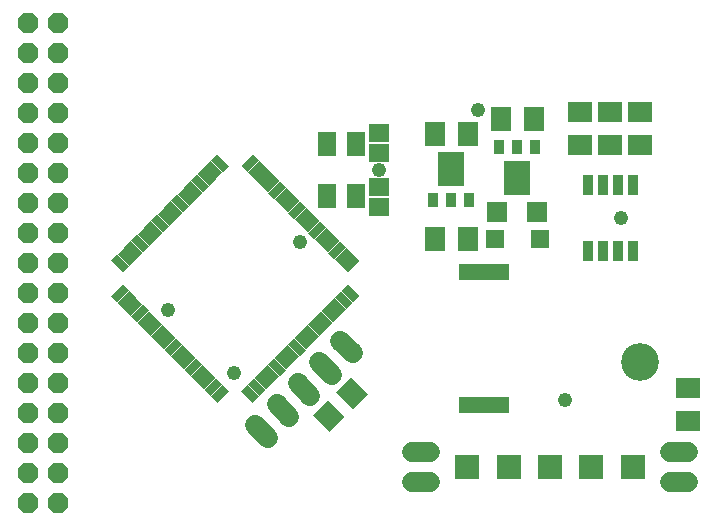
<source format=gbr>
G04 EAGLE Gerber RS-274X export*
G75*
%MOMM*%
%FSLAX34Y34*%
%LPD*%
%INSoldermask Top*%
%IPPOS*%
%AMOC8*
5,1,8,0,0,1.08239X$1,22.5*%
G01*
%ADD10C,3.203200*%
%ADD11R,0.762000X1.397000*%
%ADD12R,1.397000X0.762000*%
%ADD13R,1.703200X1.503200*%
%ADD14R,2.006200X1.803200*%
%ADD15R,1.603200X2.103200*%
%ADD16R,1.803200X2.003200*%
%ADD17C,1.727200*%
%ADD18R,0.914400X1.727200*%
%ADD19R,0.903200X1.303200*%
%ADD20R,2.203200X3.003200*%
%ADD21R,0.900000X1.300000*%
%ADD22R,1.603200X1.603200*%
%ADD23R,1.803200X1.803200*%
%ADD24P,1.869504X8X292.500000*%
%ADD25R,4.203200X1.403200*%
%ADD26R,2.153200X2.153200*%
%ADD27C,1.209600*%


D10*
X533400Y132080D03*
D11*
G36*
X180017Y113252D02*
X185405Y107864D01*
X175527Y97986D01*
X170139Y103374D01*
X180017Y113252D01*
G37*
G36*
X174360Y118909D02*
X179748Y113521D01*
X169870Y103643D01*
X164482Y109031D01*
X174360Y118909D01*
G37*
G36*
X168703Y124566D02*
X174091Y119178D01*
X164213Y109300D01*
X158825Y114688D01*
X168703Y124566D01*
G37*
G36*
X163047Y130223D02*
X168435Y124835D01*
X158557Y114957D01*
X153169Y120345D01*
X163047Y130223D01*
G37*
G36*
X157390Y135880D02*
X162778Y130492D01*
X152900Y120614D01*
X147512Y126002D01*
X157390Y135880D01*
G37*
G36*
X151733Y141537D02*
X157121Y136149D01*
X147243Y126271D01*
X141855Y131659D01*
X151733Y141537D01*
G37*
G36*
X146076Y147193D02*
X151464Y141805D01*
X141586Y131927D01*
X136198Y137315D01*
X146076Y147193D01*
G37*
G36*
X140419Y152850D02*
X145807Y147462D01*
X135929Y137584D01*
X130541Y142972D01*
X140419Y152850D01*
G37*
G36*
X134762Y158507D02*
X140150Y153119D01*
X130272Y143241D01*
X124884Y148629D01*
X134762Y158507D01*
G37*
G36*
X129105Y164164D02*
X134493Y158776D01*
X124615Y148898D01*
X119227Y154286D01*
X129105Y164164D01*
G37*
G36*
X123449Y169821D02*
X128837Y164433D01*
X118959Y154555D01*
X113571Y159943D01*
X123449Y169821D01*
G37*
G36*
X117792Y175478D02*
X123180Y170090D01*
X113302Y160212D01*
X107914Y165600D01*
X117792Y175478D01*
G37*
G36*
X112135Y181135D02*
X117523Y175747D01*
X107645Y165869D01*
X102257Y171257D01*
X112135Y181135D01*
G37*
G36*
X106478Y186791D02*
X111866Y181403D01*
X101988Y171525D01*
X96600Y176913D01*
X106478Y186791D01*
G37*
G36*
X100821Y192448D02*
X106209Y187060D01*
X96331Y177182D01*
X90943Y182570D01*
X100821Y192448D01*
G37*
G36*
X95164Y198105D02*
X100552Y192717D01*
X90674Y182839D01*
X85286Y188227D01*
X95164Y198105D01*
G37*
D12*
G36*
X240581Y152850D02*
X250459Y142972D01*
X245071Y137584D01*
X235193Y147462D01*
X240581Y152850D01*
G37*
G36*
X234924Y147193D02*
X244802Y137315D01*
X239414Y131927D01*
X229536Y141805D01*
X234924Y147193D01*
G37*
G36*
X229267Y141537D02*
X239145Y131659D01*
X233757Y126271D01*
X223879Y136149D01*
X229267Y141537D01*
G37*
G36*
X223610Y135880D02*
X233488Y126002D01*
X228100Y120614D01*
X218222Y130492D01*
X223610Y135880D01*
G37*
G36*
X217953Y130223D02*
X227831Y120345D01*
X222443Y114957D01*
X212565Y124835D01*
X217953Y130223D01*
G37*
G36*
X212297Y124566D02*
X222175Y114688D01*
X216787Y109300D01*
X206909Y119178D01*
X212297Y124566D01*
G37*
G36*
X206640Y118909D02*
X216518Y109031D01*
X211130Y103643D01*
X201252Y113521D01*
X206640Y118909D01*
G37*
G36*
X200983Y113252D02*
X210861Y103374D01*
X205473Y97986D01*
X195595Y107864D01*
X200983Y113252D01*
G37*
G36*
X246238Y158507D02*
X256116Y148629D01*
X250728Y143241D01*
X240850Y153119D01*
X246238Y158507D01*
G37*
G36*
X251895Y164164D02*
X261773Y154286D01*
X256385Y148898D01*
X246507Y158776D01*
X251895Y164164D01*
G37*
G36*
X257551Y169821D02*
X267429Y159943D01*
X262041Y154555D01*
X252163Y164433D01*
X257551Y169821D01*
G37*
G36*
X263208Y175478D02*
X273086Y165600D01*
X267698Y160212D01*
X257820Y170090D01*
X263208Y175478D01*
G37*
G36*
X268865Y181135D02*
X278743Y171257D01*
X273355Y165869D01*
X263477Y175747D01*
X268865Y181135D01*
G37*
G36*
X274522Y186791D02*
X284400Y176913D01*
X279012Y171525D01*
X269134Y181403D01*
X274522Y186791D01*
G37*
G36*
X280179Y192448D02*
X290057Y182570D01*
X284669Y177182D01*
X274791Y187060D01*
X280179Y192448D01*
G37*
G36*
X285836Y198105D02*
X295714Y188227D01*
X290326Y182839D01*
X280448Y192717D01*
X285836Y198105D01*
G37*
D11*
G36*
X290326Y223561D02*
X295714Y218173D01*
X285836Y208295D01*
X280448Y213683D01*
X290326Y223561D01*
G37*
G36*
X284669Y229218D02*
X290057Y223830D01*
X280179Y213952D01*
X274791Y219340D01*
X284669Y229218D01*
G37*
G36*
X279012Y234875D02*
X284400Y229487D01*
X274522Y219609D01*
X269134Y224997D01*
X279012Y234875D01*
G37*
G36*
X273355Y240531D02*
X278743Y235143D01*
X268865Y225265D01*
X263477Y230653D01*
X273355Y240531D01*
G37*
G36*
X267698Y246188D02*
X273086Y240800D01*
X263208Y230922D01*
X257820Y236310D01*
X267698Y246188D01*
G37*
G36*
X262041Y251845D02*
X267429Y246457D01*
X257551Y236579D01*
X252163Y241967D01*
X262041Y251845D01*
G37*
G36*
X256385Y257502D02*
X261773Y252114D01*
X251895Y242236D01*
X246507Y247624D01*
X256385Y257502D01*
G37*
G36*
X250728Y263159D02*
X256116Y257771D01*
X246238Y247893D01*
X240850Y253281D01*
X250728Y263159D01*
G37*
G36*
X245071Y268816D02*
X250459Y263428D01*
X240581Y253550D01*
X235193Y258938D01*
X245071Y268816D01*
G37*
G36*
X239414Y274473D02*
X244802Y269085D01*
X234924Y259207D01*
X229536Y264595D01*
X239414Y274473D01*
G37*
G36*
X233757Y280129D02*
X239145Y274741D01*
X229267Y264863D01*
X223879Y270251D01*
X233757Y280129D01*
G37*
G36*
X228100Y285786D02*
X233488Y280398D01*
X223610Y270520D01*
X218222Y275908D01*
X228100Y285786D01*
G37*
G36*
X222443Y291443D02*
X227831Y286055D01*
X217953Y276177D01*
X212565Y281565D01*
X222443Y291443D01*
G37*
G36*
X216787Y297100D02*
X222175Y291712D01*
X212297Y281834D01*
X206909Y287222D01*
X216787Y297100D01*
G37*
G36*
X211130Y302757D02*
X216518Y297369D01*
X206640Y287491D01*
X201252Y292879D01*
X211130Y302757D01*
G37*
G36*
X205473Y308414D02*
X210861Y303026D01*
X200983Y293148D01*
X195595Y298536D01*
X205473Y308414D01*
G37*
D12*
G36*
X175527Y308414D02*
X185405Y298536D01*
X180017Y293148D01*
X170139Y303026D01*
X175527Y308414D01*
G37*
G36*
X169870Y302757D02*
X179748Y292879D01*
X174360Y287491D01*
X164482Y297369D01*
X169870Y302757D01*
G37*
G36*
X164213Y297100D02*
X174091Y287222D01*
X168703Y281834D01*
X158825Y291712D01*
X164213Y297100D01*
G37*
G36*
X158557Y291443D02*
X168435Y281565D01*
X163047Y276177D01*
X153169Y286055D01*
X158557Y291443D01*
G37*
G36*
X152900Y285786D02*
X162778Y275908D01*
X157390Y270520D01*
X147512Y280398D01*
X152900Y285786D01*
G37*
G36*
X147243Y280129D02*
X157121Y270251D01*
X151733Y264863D01*
X141855Y274741D01*
X147243Y280129D01*
G37*
G36*
X141586Y274473D02*
X151464Y264595D01*
X146076Y259207D01*
X136198Y269085D01*
X141586Y274473D01*
G37*
G36*
X135929Y268816D02*
X145807Y258938D01*
X140419Y253550D01*
X130541Y263428D01*
X135929Y268816D01*
G37*
G36*
X130272Y263159D02*
X140150Y253281D01*
X134762Y247893D01*
X124884Y257771D01*
X130272Y263159D01*
G37*
G36*
X124615Y257502D02*
X134493Y247624D01*
X129105Y242236D01*
X119227Y252114D01*
X124615Y257502D01*
G37*
G36*
X118959Y251845D02*
X128837Y241967D01*
X123449Y236579D01*
X113571Y246457D01*
X118959Y251845D01*
G37*
G36*
X113302Y246188D02*
X123180Y236310D01*
X117792Y230922D01*
X107914Y240800D01*
X113302Y246188D01*
G37*
G36*
X107645Y240531D02*
X117523Y230653D01*
X112135Y225265D01*
X102257Y235143D01*
X107645Y240531D01*
G37*
G36*
X101988Y234875D02*
X111866Y224997D01*
X106478Y219609D01*
X96600Y229487D01*
X101988Y234875D01*
G37*
G36*
X96331Y229218D02*
X106209Y219340D01*
X100821Y213952D01*
X90943Y223830D01*
X96331Y229218D01*
G37*
G36*
X90674Y223561D02*
X100552Y213683D01*
X95164Y208295D01*
X85286Y218173D01*
X90674Y223561D01*
G37*
D13*
X312420Y309000D03*
X312420Y326000D03*
D14*
X482600Y315980D03*
X482600Y344420D03*
D13*
X312420Y280280D03*
X312420Y263280D03*
D15*
X292670Y272640D03*
X292670Y316640D03*
X268670Y316640D03*
X268670Y272640D03*
D16*
G36*
X282958Y85914D02*
X270208Y73164D01*
X256044Y87328D01*
X268794Y100078D01*
X282958Y85914D01*
G37*
G36*
X302756Y105712D02*
X290006Y92962D01*
X275842Y107126D01*
X288592Y119876D01*
X302756Y105712D01*
G37*
D17*
X290229Y139753D02*
X279453Y150529D01*
X261492Y132569D02*
X272269Y121792D01*
X254308Y103832D02*
X243532Y114608D01*
X225571Y96648D02*
X236348Y85871D01*
X218387Y67911D02*
X207611Y78687D01*
D18*
X527050Y281940D03*
X514350Y281940D03*
X501650Y281940D03*
X488950Y281940D03*
X488950Y226060D03*
X501650Y226060D03*
X514350Y226060D03*
X527050Y226060D03*
D19*
X388380Y269520D03*
X358380Y269520D03*
D20*
X373380Y296020D03*
D21*
X373380Y269520D03*
D19*
X414260Y314680D03*
X444260Y314680D03*
D20*
X429260Y288180D03*
D21*
X429260Y314680D03*
D22*
X410260Y236220D03*
X448260Y236220D03*
D14*
X508000Y315980D03*
X508000Y344420D03*
X533400Y344420D03*
X533400Y315980D03*
D16*
X415260Y337820D03*
X443260Y337820D03*
D17*
X558800Y55880D02*
X574040Y55880D01*
X574040Y30480D02*
X558800Y30480D01*
D14*
X574040Y82300D03*
X574040Y110740D03*
D23*
X446260Y259080D03*
X412260Y259080D03*
D24*
X40640Y419100D03*
X15240Y419100D03*
X40640Y393700D03*
X15240Y393700D03*
X40640Y368300D03*
X15240Y368300D03*
X40640Y342900D03*
X15240Y342900D03*
X40640Y317500D03*
X15240Y317500D03*
X40640Y292100D03*
X15240Y292100D03*
X40640Y266700D03*
X15240Y266700D03*
X40640Y241300D03*
X15240Y241300D03*
X40640Y215900D03*
X15240Y215900D03*
X40640Y190500D03*
X15240Y190500D03*
X40640Y165100D03*
X15240Y165100D03*
X40640Y139700D03*
X15240Y139700D03*
X40640Y114300D03*
X15240Y114300D03*
X40640Y88900D03*
X15240Y88900D03*
X40640Y63500D03*
X15240Y63500D03*
X40640Y38100D03*
X15240Y38100D03*
X40640Y12700D03*
X15240Y12700D03*
D16*
X387380Y325120D03*
X359380Y325120D03*
X359380Y236220D03*
X387380Y236220D03*
D25*
X401320Y208400D03*
X401320Y96400D03*
D17*
X355600Y55880D02*
X340360Y55880D01*
X340360Y30480D02*
X355600Y30480D01*
D26*
X527200Y43180D03*
X492200Y43180D03*
X457200Y43180D03*
X422200Y43180D03*
X387200Y43180D03*
D27*
X516890Y254000D03*
X396240Y345440D03*
X245110Y233680D03*
X189230Y123190D03*
X133350Y176530D03*
X312420Y294640D03*
X469900Y100480D03*
M02*

</source>
